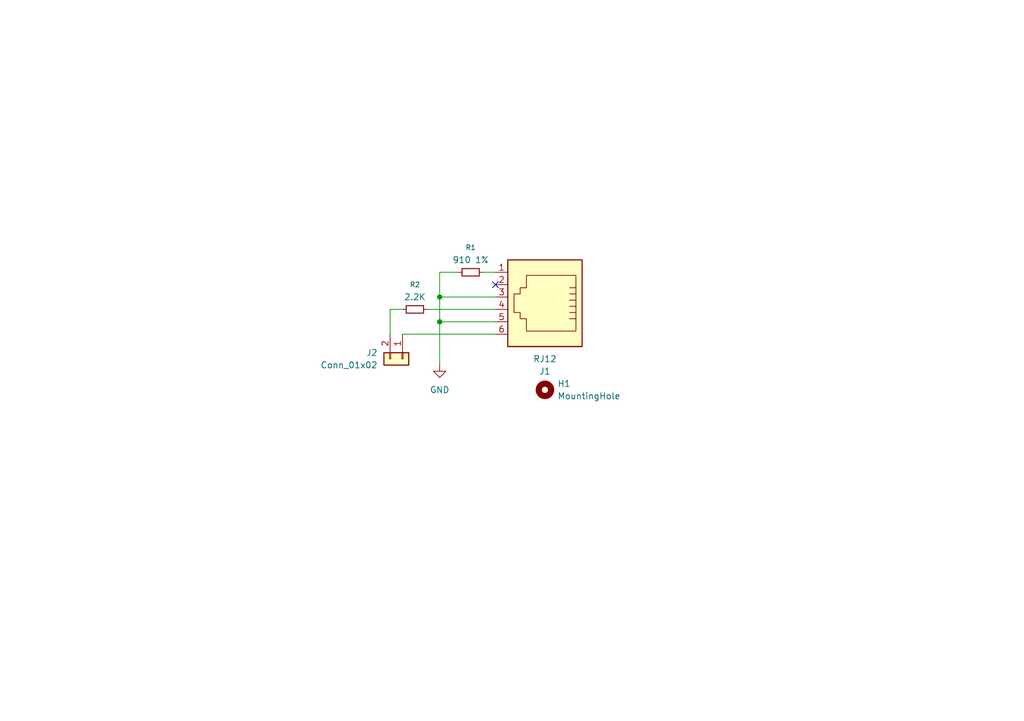
<source format=kicad_sch>
(kicad_sch (version 20250114) (generator "eeschema") (generator_version "9.0")
  (paper "A5")
  (lib_symbols
    (symbol "Connector:RJ12" (pin_names (offset 1.016))
      (property "Reference" "J" (at -5.08 11.43 0))
      (property "Value" "RJ12" (at 2.54 11.43 0))
      (symbol "RJ12_0_1"
        (polyline (pts (xy -6.35 3.175) (xy -5.08 3.175) (xy -5.08 3.175)))
        (polyline (pts (xy -6.35 1.905) (xy -5.08 1.905) (xy -5.08 1.905)))
        (polyline (pts (xy -6.35 0.635) (xy -5.08 0.635) (xy -5.08 0.635)))
        (polyline (pts (xy -6.35 -0.635) (xy -5.08 -0.635) (xy -5.08 -0.635)))
        (polyline (pts (xy -6.35 -1.905) (xy -5.08 -1.905) (xy -5.08 -1.905)))
        (polyline (pts (xy -6.35 -4.445) (xy -6.35 6.985) (xy 3.81 6.985) (xy 3.81 4.445) (xy 5.08 4.445) (xy 5.08 3.175) (xy 6.35 3.175) (xy 6.35 -0.635) (xy 5.08 -0.635) (xy 5.08 -1.905) (xy 3.81 -1.905) (xy 3.81 -4.445) (xy -6.35 -4.445) (xy -6.35 -4.445)))
        (polyline (pts (xy -5.08 4.445) (xy -6.35 4.445) (xy -6.35 4.445)))
        (rectangle (start 7.62 10.16) (end -7.62 -7.62) (stroke (width 0.254)) (fill (type background)))
      )
      (symbol "RJ12_1_1"
        (pin passive line (at 10.16 7.62 180) (length 2.54) (name "~") (number "6"))
        (pin passive line (at 10.16 5.08 180) (length 2.54) (name "~") (number "5"))
        (pin passive line (at 10.16 2.54 180) (length 2.54) (name "~") (number "4"))
        (pin passive line (at 10.16 0 180) (length 2.54) (name "~") (number "3"))
        (pin passive line (at 10.16 -2.54 180) (length 2.54) (name "~") (number "2"))
        (pin passive line (at 10.16 -5.08 180) (length 2.54) (name "~") (number "1"))
      )
    )
    (symbol "Connector_Generic:Conn_01x02" (pin_names (offset 1.016) (hide yes))
      (property "Reference" "J" (at 0 2.54 0))
      (property "Value" "Conn_01x02" (at 0 -5.08 0))
      (symbol "Conn_01x02_1_1"
        (rectangle (start -1.27 1.27) (end 1.27 -3.81) (stroke (width 0.254)) (fill (type background)))
        (rectangle (start -1.27 0.127) (end 0 -0.127) (stroke (width 0.1524)))
        (rectangle (start -1.27 -2.413) (end 0 -2.667) (stroke (width 0.1524)))
        (pin passive line (at -5.08 0 0) (length 3.81) (name "Pin_1") (number "1"))
        (pin passive line (at -5.08 -2.54 0) (length 3.81) (name "Pin_2") (number "2"))
      )
    )
    (symbol "Device:R_Small" (pin_numbers (hide yes)) (pin_names (offset 0.254) (hide yes))
      (property "Reference" "R" (at 0 0 90))
      (property "Value" "R_Small" (at 1.778 0 90))
      (symbol "R_Small_0_1"
        (rectangle (start -0.762 1.778) (end 0.762 -1.778) (stroke (width 0.2032)))
      )
      (symbol "R_Small_1_1"
        (pin passive line (at 0 2.54 270) (length 0.762) (name "~") (number "1"))
        (pin passive line (at 0 -2.54 90) (length 0.762) (name "~") (number "2"))
      )
    )
    (symbol "Mechanical:MountingHole" (pin_names (offset 1.016)) (in_bom no)
      (property "Reference" "H" (at 0 5.08 0))
      (property "Value" "MountingHole" (at 0 3.175 0))
      (symbol "MountingHole_0_1"
        (circle (center 0 0) (radius 1.27) (stroke (width 1.27)))
      )
    )
    (symbol "power:GND" (power) (pin_numbers (hide yes)) (pin_names (offset 0) (hide yes))
      (property "Value" "GND" (at 0 -3.81 0))
      (symbol "GND_0_1"
        (polyline (pts (xy 0 0) (xy 0 -1.27) (xy 1.27 -1.27) (xy 0 -2.54) (xy -1.27 -1.27) (xy 0 -1.27)))
      )
      (symbol "GND_1_1"
        (pin power_in line (at 0 0 270) (length 0) (name "~") (number "1"))
      )
    )
  )
  (junction (at 90.17 60.96))
  (junction (at 90.17 66.04))
  (no_connect (at 101.6 58.42))
  (wire (pts (xy 80.01 63.5) (xy 80.01 68.58)))
  (wire (pts (xy 82.55 63.5) (xy 80.01 63.5)))
  (wire (pts (xy 90.17 66.04) (xy 101.6 66.04)))
  (wire (pts (xy 90.17 60.96) (xy 101.6 60.96)))
  (wire (pts (xy 90.17 66.04) (xy 90.17 74.93)))
  (wire (pts (xy 87.63 63.5) (xy 101.6 63.5)))
  (wire (pts (xy 93.98 55.88) (xy 90.17 55.88)))
  (wire (pts (xy 90.17 55.88) (xy 90.17 60.96)))
  (wire (pts (xy 90.17 60.96) (xy 90.17 66.04)))
  (wire (pts (xy 82.55 68.58) (xy 101.6 68.58)))
  (wire (pts (xy 99.06 55.88) (xy 101.6 55.88)))
  (symbol (lib_id "Mechanical:MountingHole") (at 111.76 80.01 0) (unit 1) (in_bom no)
    (property "Reference" "H1" (at 114.3 78.7399 0) (effects (justify left)))
    (property "Value" "MountingHole" (at 114.3 81.2799 0) (effects (justify left)))
    (property "Footprint" "MountingHole:MountingHole_3.2mm_M3" (effects (hide yes)))
    (property "Description" "Mounting Hole without connection" (effects (hide yes)))
  )
  (symbol (lib_id "Connector_Generic:Conn_01x02") (at 82.55 73.66 270) (unit 1)
    (property "Reference" "J2" (at 77.47 72.3899 90) (effects (justify right)))
    (property "Value" "Conn_01x02" (at 77.47 74.9299 90) (effects (justify right)))
    (property "Footprint" "Connector_PinHeader_2.54mm:PinHeader_1x02_P2.54mm_Vertical" (effects (hide yes)))
    (property "Description" "Generic connector, single row, 01x02, script generated (kicad-library-utils/schlib/autogen/connector/)" (effects (hide yes)))
  )
  (symbol (lib_id "Connector:RJ12") (at 111.76 60.96 180) (unit 1)
    (property "Reference" "J1" (at 111.76 76.2 0))
    (property "Value" "RJ12" (at 111.76 73.66 0))
    (property "Footprint" "Connector_RJ:RJ25_Wayconn_MJEA-660X1_Horizontal" (effects (hide yes)))
    (property "Description" "RJ connector, 6P6C (6 positions 6 connected)" (effects (hide yes)))
  )
  (symbol (lib_id "power:GND") (at 90.17 74.93 0) (unit 1)
    (property "Reference" "#PWR01" (effects (hide yes)))
    (property "Value" "GND" (at 90.17 80.01 0))
    (property "Description" "Power symbol creates a global label with name \"GND\" , ground" (effects (hide yes)))
  )
  (symbol (lib_id "Device:R_Small") (at 96.52 55.88 90) (unit 1)
    (property "Reference" "R1" (at 96.52 50.8 90) (effects (font (size 1.016 1.016))))
    (property "Value" "910 1%" (at 96.52 53.34 90))
    (property "Footprint" "Resistor_SMD:R_1206_3216Metric_Pad1.30x1.75mm_HandSolder" (effects (hide yes)))
    (property "Description" "Resistor, small symbol" (effects (hide yes)))
  )
  (symbol (lib_id "Device:R_Small") (at 85.09 63.5 90) (unit 1)
    (property "Reference" "R2" (at 85.09 58.42 90) (effects (font (size 1.016 1.016))))
    (property "Value" "2.2K" (at 85.09 60.96 90))
    (property "Footprint" "Resistor_SMD:R_1206_3216Metric_Pad1.30x1.75mm_HandSolder" (effects (hide yes)))
    (property "Description" "Resistor, small symbol" (effects (hide yes)))
  )
)
</source>
